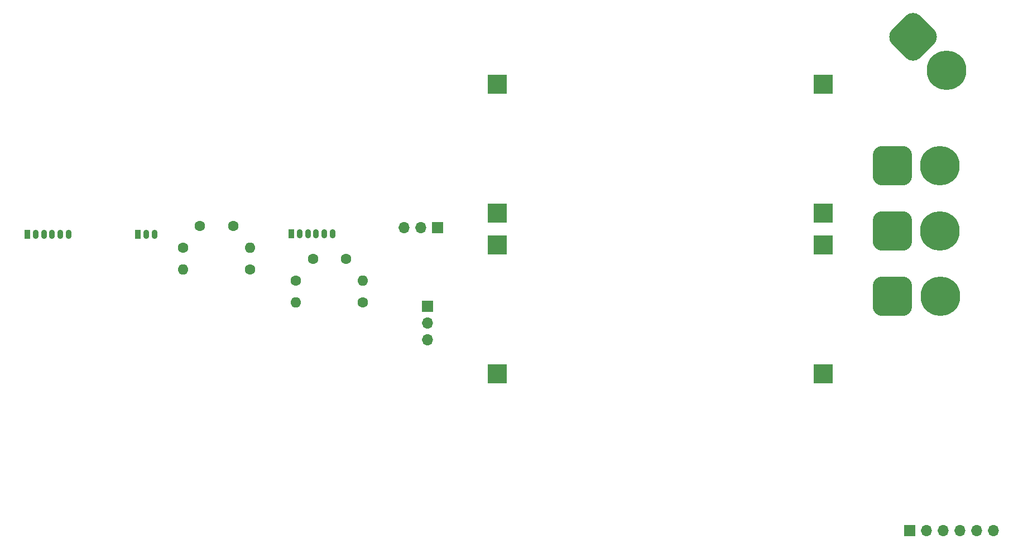
<source format=gbr>
%TF.GenerationSoftware,KiCad,Pcbnew,7.0.0*%
%TF.CreationDate,2023-03-08T15:38:49-05:00*%
%TF.ProjectId,right-side,72696768-742d-4736-9964-652e6b696361,rev?*%
%TF.SameCoordinates,Original*%
%TF.FileFunction,Soldermask,Bot*%
%TF.FilePolarity,Negative*%
%FSLAX46Y46*%
G04 Gerber Fmt 4.6, Leading zero omitted, Abs format (unit mm)*
G04 Created by KiCad (PCBNEW 7.0.0) date 2023-03-08 15:38:49*
%MOMM*%
%LPD*%
G01*
G04 APERTURE LIST*
G04 Aperture macros list*
%AMRoundRect*
0 Rectangle with rounded corners*
0 $1 Rounding radius*
0 $2 $3 $4 $5 $6 $7 $8 $9 X,Y pos of 4 corners*
0 Add a 4 corners polygon primitive as box body*
4,1,4,$2,$3,$4,$5,$6,$7,$8,$9,$2,$3,0*
0 Add four circle primitives for the rounded corners*
1,1,$1+$1,$2,$3*
1,1,$1+$1,$4,$5*
1,1,$1+$1,$6,$7*
1,1,$1+$1,$8,$9*
0 Add four rect primitives between the rounded corners*
20,1,$1+$1,$2,$3,$4,$5,0*
20,1,$1+$1,$4,$5,$6,$7,0*
20,1,$1+$1,$6,$7,$8,$9,0*
20,1,$1+$1,$8,$9,$2,$3,0*%
G04 Aperture macros list end*
%ADD10RoundRect,0.225000X-0.225000X-0.475000X0.225000X-0.475000X0.225000X0.475000X-0.225000X0.475000X0*%
%ADD11O,0.900000X1.400000*%
%ADD12C,1.600000*%
%ADD13R,1.700000X1.700000*%
%ADD14O,1.700000X1.700000*%
%ADD15O,1.600000X1.600000*%
%ADD16RoundRect,1.500000X-1.500000X-1.500000X1.500000X-1.500000X1.500000X1.500000X-1.500000X1.500000X0*%
%ADD17C,6.000000*%
%ADD18R,3.000000X3.000000*%
%ADD19RoundRect,1.500000X-2.121320X0.000000X0.000000X-2.121320X2.121320X0.000000X0.000000X2.121320X0*%
G04 APERTURE END LIST*
D10*
%TO.C,J8*%
X80264000Y-96520000D03*
D11*
X81513999Y-96519999D03*
X82763999Y-96519999D03*
X84013999Y-96519999D03*
X85263999Y-96519999D03*
X86513999Y-96519999D03*
%TD*%
D12*
%TO.C,C1*%
X106466000Y-95250000D03*
X111466000Y-95250000D03*
%TD*%
%TO.C,C2*%
X123601000Y-100322000D03*
X128601000Y-100322000D03*
%TD*%
D13*
%TO.C,J6*%
X140969999Y-107441999D03*
D14*
X140969999Y-109981999D03*
X140969999Y-112521999D03*
%TD*%
D13*
%TO.C,J4*%
X142478999Y-95503999D03*
D14*
X139938999Y-95503999D03*
X137398999Y-95503999D03*
%TD*%
D12*
%TO.C,R4*%
X131141000Y-106926000D03*
D15*
X120980999Y-106925999D03*
%TD*%
D16*
%TO.C,J2*%
X211494000Y-86128000D03*
D17*
X218694000Y-86128000D03*
%TD*%
D10*
%TO.C,J7*%
X97068000Y-96520000D03*
D11*
X98317999Y-96519999D03*
X99567999Y-96519999D03*
%TD*%
D18*
%TO.C,A3*%
X201025999Y-117699999D03*
X201025999Y-98199999D03*
X151525999Y-98199999D03*
X151525999Y-117699999D03*
%TD*%
%TO.C,A1*%
X201025999Y-93315999D03*
X201025999Y-73815999D03*
X151525999Y-73815999D03*
X151525999Y-93315999D03*
%TD*%
D13*
%TO.C,J9*%
X214121999Y-141477999D03*
D14*
X216661999Y-141477999D03*
X219201999Y-141477999D03*
X221741999Y-141477999D03*
X224281999Y-141477999D03*
X226821999Y-141477999D03*
%TD*%
D12*
%TO.C,R2*%
X103886000Y-98552000D03*
D15*
X114045999Y-98551999D03*
%TD*%
D10*
%TO.C,J10*%
X120319000Y-96512000D03*
D11*
X121568999Y-96511999D03*
X122818999Y-96511999D03*
X124068999Y-96511999D03*
X125318999Y-96511999D03*
X126568999Y-96511999D03*
%TD*%
D16*
%TO.C,J3*%
X211494000Y-96034000D03*
D17*
X218694000Y-96034000D03*
%TD*%
D12*
%TO.C,R3*%
X120981000Y-103624000D03*
D15*
X131140999Y-103623999D03*
%TD*%
D16*
%TO.C,J5*%
X211538000Y-105940000D03*
D17*
X218738000Y-105940000D03*
%TD*%
D12*
%TO.C,R1*%
X114046000Y-101854000D03*
D15*
X103885999Y-101853999D03*
%TD*%
D19*
%TO.C,J1*%
X214630000Y-66592000D03*
D17*
X219721169Y-71683169D03*
%TD*%
M02*

</source>
